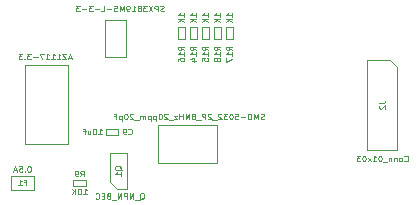
<source format=gbr>
%TF.GenerationSoftware,KiCad,Pcbnew,6.0.4-6f826c9f35~116~ubuntu21.10.1*%
%TF.CreationDate,2022-04-05T23:43:52+08:00*%
%TF.ProjectId,ST_Link_V2.1,53545f4c-696e-46b5-9f56-322e312e6b69,rev?*%
%TF.SameCoordinates,Original*%
%TF.FileFunction,AssemblyDrawing,Bot*%
%FSLAX46Y46*%
G04 Gerber Fmt 4.6, Leading zero omitted, Abs format (unit mm)*
G04 Created by KiCad (PCBNEW 6.0.4-6f826c9f35~116~ubuntu21.10.1) date 2022-04-05 23:43:52*
%MOMM*%
%LPD*%
G01*
G04 APERTURE LIST*
%ADD10C,0.100000*%
%ADD11C,0.125000*%
G04 APERTURE END LIST*
D10*
%TO.C,J2*%
X91531047Y-88824571D02*
X91554857Y-88848380D01*
X91626285Y-88872190D01*
X91673904Y-88872190D01*
X91745333Y-88848380D01*
X91792952Y-88800761D01*
X91816761Y-88753142D01*
X91840571Y-88657904D01*
X91840571Y-88586476D01*
X91816761Y-88491238D01*
X91792952Y-88443619D01*
X91745333Y-88396000D01*
X91673904Y-88372190D01*
X91626285Y-88372190D01*
X91554857Y-88396000D01*
X91531047Y-88419809D01*
X91245333Y-88872190D02*
X91292952Y-88848380D01*
X91316761Y-88824571D01*
X91340571Y-88776952D01*
X91340571Y-88634095D01*
X91316761Y-88586476D01*
X91292952Y-88562666D01*
X91245333Y-88538857D01*
X91173904Y-88538857D01*
X91126285Y-88562666D01*
X91102476Y-88586476D01*
X91078666Y-88634095D01*
X91078666Y-88776952D01*
X91102476Y-88824571D01*
X91126285Y-88848380D01*
X91173904Y-88872190D01*
X91245333Y-88872190D01*
X90864380Y-88538857D02*
X90864380Y-88872190D01*
X90864380Y-88586476D02*
X90840571Y-88562666D01*
X90792952Y-88538857D01*
X90721523Y-88538857D01*
X90673904Y-88562666D01*
X90650095Y-88610285D01*
X90650095Y-88872190D01*
X90412000Y-88538857D02*
X90412000Y-88872190D01*
X90412000Y-88586476D02*
X90388190Y-88562666D01*
X90340571Y-88538857D01*
X90269142Y-88538857D01*
X90221523Y-88562666D01*
X90197714Y-88610285D01*
X90197714Y-88872190D01*
X90078666Y-88919809D02*
X89697714Y-88919809D01*
X89483428Y-88372190D02*
X89435809Y-88372190D01*
X89388190Y-88396000D01*
X89364380Y-88419809D01*
X89340571Y-88467428D01*
X89316761Y-88562666D01*
X89316761Y-88681714D01*
X89340571Y-88776952D01*
X89364380Y-88824571D01*
X89388190Y-88848380D01*
X89435809Y-88872190D01*
X89483428Y-88872190D01*
X89531047Y-88848380D01*
X89554857Y-88824571D01*
X89578666Y-88776952D01*
X89602476Y-88681714D01*
X89602476Y-88562666D01*
X89578666Y-88467428D01*
X89554857Y-88419809D01*
X89531047Y-88396000D01*
X89483428Y-88372190D01*
X88840571Y-88872190D02*
X89126285Y-88872190D01*
X88983428Y-88872190D02*
X88983428Y-88372190D01*
X89031047Y-88443619D01*
X89078666Y-88491238D01*
X89126285Y-88515047D01*
X88673904Y-88872190D02*
X88412000Y-88538857D01*
X88673904Y-88538857D02*
X88412000Y-88872190D01*
X88126285Y-88372190D02*
X88078666Y-88372190D01*
X88031047Y-88396000D01*
X88007238Y-88419809D01*
X87983428Y-88467428D01*
X87959619Y-88562666D01*
X87959619Y-88681714D01*
X87983428Y-88776952D01*
X88007238Y-88824571D01*
X88031047Y-88848380D01*
X88078666Y-88872190D01*
X88126285Y-88872190D01*
X88173904Y-88848380D01*
X88197714Y-88824571D01*
X88221523Y-88776952D01*
X88245333Y-88681714D01*
X88245333Y-88562666D01*
X88221523Y-88467428D01*
X88197714Y-88419809D01*
X88173904Y-88396000D01*
X88126285Y-88372190D01*
X87792952Y-88372190D02*
X87483428Y-88372190D01*
X87650095Y-88562666D01*
X87578666Y-88562666D01*
X87531047Y-88586476D01*
X87507238Y-88610285D01*
X87483428Y-88657904D01*
X87483428Y-88776952D01*
X87507238Y-88824571D01*
X87531047Y-88848380D01*
X87578666Y-88872190D01*
X87721523Y-88872190D01*
X87769142Y-88848380D01*
X87792952Y-88824571D01*
D11*
X89388190Y-83907333D02*
X89745333Y-83907333D01*
X89816761Y-83883523D01*
X89864380Y-83835904D01*
X89888190Y-83764476D01*
X89888190Y-83716857D01*
X89435809Y-84121619D02*
X89412000Y-84145428D01*
X89388190Y-84193047D01*
X89388190Y-84312095D01*
X89412000Y-84359714D01*
X89435809Y-84383523D01*
X89483428Y-84407333D01*
X89531047Y-84407333D01*
X89602476Y-84383523D01*
X89888190Y-84097809D01*
X89888190Y-84407333D01*
D10*
%TO.C,C9*%
X65615285Y-86586190D02*
X65901000Y-86586190D01*
X65758142Y-86586190D02*
X65758142Y-86086190D01*
X65805761Y-86157619D01*
X65853380Y-86205238D01*
X65901000Y-86229047D01*
X65305761Y-86086190D02*
X65258142Y-86086190D01*
X65210523Y-86110000D01*
X65186714Y-86133809D01*
X65162904Y-86181428D01*
X65139095Y-86276666D01*
X65139095Y-86395714D01*
X65162904Y-86490952D01*
X65186714Y-86538571D01*
X65210523Y-86562380D01*
X65258142Y-86586190D01*
X65305761Y-86586190D01*
X65353380Y-86562380D01*
X65377190Y-86538571D01*
X65401000Y-86490952D01*
X65424809Y-86395714D01*
X65424809Y-86276666D01*
X65401000Y-86181428D01*
X65377190Y-86133809D01*
X65353380Y-86110000D01*
X65305761Y-86086190D01*
X64710523Y-86252857D02*
X64710523Y-86586190D01*
X64924809Y-86252857D02*
X64924809Y-86514761D01*
X64901000Y-86562380D01*
X64853380Y-86586190D01*
X64781952Y-86586190D01*
X64734333Y-86562380D01*
X64710523Y-86538571D01*
X64543857Y-86252857D02*
X64353380Y-86252857D01*
X64472428Y-86586190D02*
X64472428Y-86157619D01*
X64448619Y-86110000D01*
X64401000Y-86086190D01*
X64353380Y-86086190D01*
X68155333Y-86538571D02*
X68179142Y-86562380D01*
X68250571Y-86586190D01*
X68298190Y-86586190D01*
X68369619Y-86562380D01*
X68417238Y-86514761D01*
X68441047Y-86467142D01*
X68464857Y-86371904D01*
X68464857Y-86300476D01*
X68441047Y-86205238D01*
X68417238Y-86157619D01*
X68369619Y-86110000D01*
X68298190Y-86086190D01*
X68250571Y-86086190D01*
X68179142Y-86110000D01*
X68155333Y-86133809D01*
X67917238Y-86586190D02*
X67822000Y-86586190D01*
X67774380Y-86562380D01*
X67750571Y-86538571D01*
X67702952Y-86467142D01*
X67679142Y-86371904D01*
X67679142Y-86181428D01*
X67702952Y-86133809D01*
X67726761Y-86110000D01*
X67774380Y-86086190D01*
X67869619Y-86086190D01*
X67917238Y-86110000D01*
X67941047Y-86133809D01*
X67964857Y-86181428D01*
X67964857Y-86300476D01*
X67941047Y-86348095D01*
X67917238Y-86371904D01*
X67869619Y-86395714D01*
X67774380Y-86395714D01*
X67726761Y-86371904D01*
X67702952Y-86348095D01*
X67679142Y-86300476D01*
%TO.C,F1*%
X59777238Y-89261190D02*
X59729619Y-89261190D01*
X59682000Y-89285000D01*
X59658190Y-89308809D01*
X59634380Y-89356428D01*
X59610571Y-89451666D01*
X59610571Y-89570714D01*
X59634380Y-89665952D01*
X59658190Y-89713571D01*
X59682000Y-89737380D01*
X59729619Y-89761190D01*
X59777238Y-89761190D01*
X59824857Y-89737380D01*
X59848666Y-89713571D01*
X59872476Y-89665952D01*
X59896285Y-89570714D01*
X59896285Y-89451666D01*
X59872476Y-89356428D01*
X59848666Y-89308809D01*
X59824857Y-89285000D01*
X59777238Y-89261190D01*
X59396285Y-89713571D02*
X59372476Y-89737380D01*
X59396285Y-89761190D01*
X59420095Y-89737380D01*
X59396285Y-89713571D01*
X59396285Y-89761190D01*
X58920095Y-89261190D02*
X59158190Y-89261190D01*
X59182000Y-89499285D01*
X59158190Y-89475476D01*
X59110571Y-89451666D01*
X58991523Y-89451666D01*
X58943904Y-89475476D01*
X58920095Y-89499285D01*
X58896285Y-89546904D01*
X58896285Y-89665952D01*
X58920095Y-89713571D01*
X58943904Y-89737380D01*
X58991523Y-89761190D01*
X59110571Y-89761190D01*
X59158190Y-89737380D01*
X59182000Y-89713571D01*
X58705809Y-89618333D02*
X58467714Y-89618333D01*
X58753428Y-89761190D02*
X58586761Y-89261190D01*
X58420095Y-89761190D01*
X59348666Y-90642285D02*
X59515333Y-90642285D01*
X59515333Y-90904190D02*
X59515333Y-90404190D01*
X59277238Y-90404190D01*
X58824857Y-90904190D02*
X59110571Y-90904190D01*
X58967714Y-90904190D02*
X58967714Y-90404190D01*
X59015333Y-90475619D01*
X59062952Y-90523238D01*
X59110571Y-90547047D01*
%TO.C,Q1*%
X69127476Y-92094809D02*
X69175095Y-92071000D01*
X69222714Y-92023380D01*
X69294142Y-91951952D01*
X69341761Y-91928142D01*
X69389380Y-91928142D01*
X69365571Y-92047190D02*
X69413190Y-92023380D01*
X69460809Y-91975761D01*
X69484619Y-91880523D01*
X69484619Y-91713857D01*
X69460809Y-91618619D01*
X69413190Y-91571000D01*
X69365571Y-91547190D01*
X69270333Y-91547190D01*
X69222714Y-91571000D01*
X69175095Y-91618619D01*
X69151285Y-91713857D01*
X69151285Y-91880523D01*
X69175095Y-91975761D01*
X69222714Y-92023380D01*
X69270333Y-92047190D01*
X69365571Y-92047190D01*
X69056047Y-92094809D02*
X68675095Y-92094809D01*
X68556047Y-92047190D02*
X68556047Y-91547190D01*
X68270333Y-92047190D01*
X68270333Y-91547190D01*
X68032238Y-92047190D02*
X68032238Y-91547190D01*
X67841761Y-91547190D01*
X67794142Y-91571000D01*
X67770333Y-91594809D01*
X67746523Y-91642428D01*
X67746523Y-91713857D01*
X67770333Y-91761476D01*
X67794142Y-91785285D01*
X67841761Y-91809095D01*
X68032238Y-91809095D01*
X67532238Y-92047190D02*
X67532238Y-91547190D01*
X67246523Y-92047190D01*
X67246523Y-91547190D01*
X67127476Y-92094809D02*
X66746523Y-92094809D01*
X66460809Y-91785285D02*
X66389380Y-91809095D01*
X66365571Y-91832904D01*
X66341761Y-91880523D01*
X66341761Y-91951952D01*
X66365571Y-91999571D01*
X66389380Y-92023380D01*
X66437000Y-92047190D01*
X66627476Y-92047190D01*
X66627476Y-91547190D01*
X66460809Y-91547190D01*
X66413190Y-91571000D01*
X66389380Y-91594809D01*
X66365571Y-91642428D01*
X66365571Y-91690047D01*
X66389380Y-91737666D01*
X66413190Y-91761476D01*
X66460809Y-91785285D01*
X66627476Y-91785285D01*
X66127476Y-91785285D02*
X65960809Y-91785285D01*
X65889380Y-92047190D02*
X66127476Y-92047190D01*
X66127476Y-91547190D01*
X65889380Y-91547190D01*
X65389380Y-91999571D02*
X65413190Y-92023380D01*
X65484619Y-92047190D01*
X65532238Y-92047190D01*
X65603666Y-92023380D01*
X65651285Y-91975761D01*
X65675095Y-91928142D01*
X65698904Y-91832904D01*
X65698904Y-91761476D01*
X65675095Y-91666238D01*
X65651285Y-91618619D01*
X65603666Y-91571000D01*
X65532238Y-91547190D01*
X65484619Y-91547190D01*
X65413190Y-91571000D01*
X65389380Y-91594809D01*
X67583809Y-89614380D02*
X67560000Y-89566761D01*
X67512380Y-89519142D01*
X67440952Y-89447714D01*
X67417142Y-89400095D01*
X67417142Y-89352476D01*
X67536190Y-89376285D02*
X67512380Y-89328666D01*
X67464761Y-89281047D01*
X67369523Y-89257238D01*
X67202857Y-89257238D01*
X67107619Y-89281047D01*
X67060000Y-89328666D01*
X67036190Y-89376285D01*
X67036190Y-89471523D01*
X67060000Y-89519142D01*
X67107619Y-89566761D01*
X67202857Y-89590571D01*
X67369523Y-89590571D01*
X67464761Y-89566761D01*
X67512380Y-89519142D01*
X67536190Y-89471523D01*
X67536190Y-89376285D01*
X67536190Y-90066761D02*
X67536190Y-89781047D01*
X67536190Y-89923904D02*
X67036190Y-89923904D01*
X67107619Y-89876285D01*
X67155238Y-89828666D01*
X67179047Y-89781047D01*
%TO.C,R9*%
X64353238Y-91666190D02*
X64638952Y-91666190D01*
X64496095Y-91666190D02*
X64496095Y-91166190D01*
X64543714Y-91237619D01*
X64591333Y-91285238D01*
X64638952Y-91309047D01*
X64043714Y-91166190D02*
X63996095Y-91166190D01*
X63948476Y-91190000D01*
X63924666Y-91213809D01*
X63900857Y-91261428D01*
X63877047Y-91356666D01*
X63877047Y-91475714D01*
X63900857Y-91570952D01*
X63924666Y-91618571D01*
X63948476Y-91642380D01*
X63996095Y-91666190D01*
X64043714Y-91666190D01*
X64091333Y-91642380D01*
X64115142Y-91618571D01*
X64138952Y-91570952D01*
X64162761Y-91475714D01*
X64162761Y-91356666D01*
X64138952Y-91261428D01*
X64115142Y-91213809D01*
X64091333Y-91190000D01*
X64043714Y-91166190D01*
X63662761Y-91666190D02*
X63662761Y-91166190D01*
X63377047Y-91666190D02*
X63591333Y-91380476D01*
X63377047Y-91166190D02*
X63662761Y-91451904D01*
X64091333Y-90142190D02*
X64258000Y-89904095D01*
X64377047Y-90142190D02*
X64377047Y-89642190D01*
X64186571Y-89642190D01*
X64138952Y-89666000D01*
X64115142Y-89689809D01*
X64091333Y-89737428D01*
X64091333Y-89808857D01*
X64115142Y-89856476D01*
X64138952Y-89880285D01*
X64186571Y-89904095D01*
X64377047Y-89904095D01*
X63853238Y-90142190D02*
X63758000Y-90142190D01*
X63710380Y-90118380D01*
X63686571Y-90094571D01*
X63638952Y-90023142D01*
X63615142Y-89927904D01*
X63615142Y-89737428D01*
X63638952Y-89689809D01*
X63662761Y-89666000D01*
X63710380Y-89642190D01*
X63805619Y-89642190D01*
X63853238Y-89666000D01*
X63877047Y-89689809D01*
X63900857Y-89737428D01*
X63900857Y-89856476D01*
X63877047Y-89904095D01*
X63853238Y-89927904D01*
X63805619Y-89951714D01*
X63710380Y-89951714D01*
X63662761Y-89927904D01*
X63638952Y-89904095D01*
X63615142Y-89856476D01*
%TO.C,R14*%
X73886190Y-76600857D02*
X73886190Y-76315142D01*
X73886190Y-76458000D02*
X73386190Y-76458000D01*
X73457619Y-76410380D01*
X73505238Y-76362761D01*
X73529047Y-76315142D01*
X73886190Y-76815142D02*
X73386190Y-76815142D01*
X73886190Y-77100857D02*
X73600476Y-76886571D01*
X73386190Y-77100857D02*
X73671904Y-76815142D01*
X73886190Y-79434571D02*
X73648095Y-79267904D01*
X73886190Y-79148857D02*
X73386190Y-79148857D01*
X73386190Y-79339333D01*
X73410000Y-79386952D01*
X73433809Y-79410761D01*
X73481428Y-79434571D01*
X73552857Y-79434571D01*
X73600476Y-79410761D01*
X73624285Y-79386952D01*
X73648095Y-79339333D01*
X73648095Y-79148857D01*
X73886190Y-79910761D02*
X73886190Y-79625047D01*
X73886190Y-79767904D02*
X73386190Y-79767904D01*
X73457619Y-79720285D01*
X73505238Y-79672666D01*
X73529047Y-79625047D01*
X73552857Y-80339333D02*
X73886190Y-80339333D01*
X73362380Y-80220285D02*
X73719523Y-80101238D01*
X73719523Y-80410761D01*
%TO.C,R16*%
X72870190Y-76600857D02*
X72870190Y-76315142D01*
X72870190Y-76458000D02*
X72370190Y-76458000D01*
X72441619Y-76410380D01*
X72489238Y-76362761D01*
X72513047Y-76315142D01*
X72870190Y-76815142D02*
X72370190Y-76815142D01*
X72870190Y-77100857D02*
X72584476Y-76886571D01*
X72370190Y-77100857D02*
X72655904Y-76815142D01*
X72870190Y-79434571D02*
X72632095Y-79267904D01*
X72870190Y-79148857D02*
X72370190Y-79148857D01*
X72370190Y-79339333D01*
X72394000Y-79386952D01*
X72417809Y-79410761D01*
X72465428Y-79434571D01*
X72536857Y-79434571D01*
X72584476Y-79410761D01*
X72608285Y-79386952D01*
X72632095Y-79339333D01*
X72632095Y-79148857D01*
X72870190Y-79910761D02*
X72870190Y-79625047D01*
X72870190Y-79767904D02*
X72370190Y-79767904D01*
X72441619Y-79720285D01*
X72489238Y-79672666D01*
X72513047Y-79625047D01*
X72370190Y-80339333D02*
X72370190Y-80244095D01*
X72394000Y-80196476D01*
X72417809Y-80172666D01*
X72489238Y-80125047D01*
X72584476Y-80101238D01*
X72774952Y-80101238D01*
X72822571Y-80125047D01*
X72846380Y-80148857D01*
X72870190Y-80196476D01*
X72870190Y-80291714D01*
X72846380Y-80339333D01*
X72822571Y-80363142D01*
X72774952Y-80386952D01*
X72655904Y-80386952D01*
X72608285Y-80363142D01*
X72584476Y-80339333D01*
X72560666Y-80291714D01*
X72560666Y-80196476D01*
X72584476Y-80148857D01*
X72608285Y-80125047D01*
X72655904Y-80101238D01*
%TO.C,R17*%
X76934190Y-76600857D02*
X76934190Y-76315142D01*
X76934190Y-76458000D02*
X76434190Y-76458000D01*
X76505619Y-76410380D01*
X76553238Y-76362761D01*
X76577047Y-76315142D01*
X76934190Y-76815142D02*
X76434190Y-76815142D01*
X76934190Y-77100857D02*
X76648476Y-76886571D01*
X76434190Y-77100857D02*
X76719904Y-76815142D01*
X76934190Y-79434571D02*
X76696095Y-79267904D01*
X76934190Y-79148857D02*
X76434190Y-79148857D01*
X76434190Y-79339333D01*
X76458000Y-79386952D01*
X76481809Y-79410761D01*
X76529428Y-79434571D01*
X76600857Y-79434571D01*
X76648476Y-79410761D01*
X76672285Y-79386952D01*
X76696095Y-79339333D01*
X76696095Y-79148857D01*
X76934190Y-79910761D02*
X76934190Y-79625047D01*
X76934190Y-79767904D02*
X76434190Y-79767904D01*
X76505619Y-79720285D01*
X76553238Y-79672666D01*
X76577047Y-79625047D01*
X76434190Y-80077428D02*
X76434190Y-80410761D01*
X76934190Y-80196476D01*
%TO.C,R18*%
X75918190Y-76600857D02*
X75918190Y-76315142D01*
X75918190Y-76458000D02*
X75418190Y-76458000D01*
X75489619Y-76410380D01*
X75537238Y-76362761D01*
X75561047Y-76315142D01*
X75918190Y-76815142D02*
X75418190Y-76815142D01*
X75918190Y-77100857D02*
X75632476Y-76886571D01*
X75418190Y-77100857D02*
X75703904Y-76815142D01*
X75918190Y-79434571D02*
X75680095Y-79267904D01*
X75918190Y-79148857D02*
X75418190Y-79148857D01*
X75418190Y-79339333D01*
X75442000Y-79386952D01*
X75465809Y-79410761D01*
X75513428Y-79434571D01*
X75584857Y-79434571D01*
X75632476Y-79410761D01*
X75656285Y-79386952D01*
X75680095Y-79339333D01*
X75680095Y-79148857D01*
X75918190Y-79910761D02*
X75918190Y-79625047D01*
X75918190Y-79767904D02*
X75418190Y-79767904D01*
X75489619Y-79720285D01*
X75537238Y-79672666D01*
X75561047Y-79625047D01*
X75632476Y-80196476D02*
X75608666Y-80148857D01*
X75584857Y-80125047D01*
X75537238Y-80101238D01*
X75513428Y-80101238D01*
X75465809Y-80125047D01*
X75442000Y-80148857D01*
X75418190Y-80196476D01*
X75418190Y-80291714D01*
X75442000Y-80339333D01*
X75465809Y-80363142D01*
X75513428Y-80386952D01*
X75537238Y-80386952D01*
X75584857Y-80363142D01*
X75608666Y-80339333D01*
X75632476Y-80291714D01*
X75632476Y-80196476D01*
X75656285Y-80148857D01*
X75680095Y-80125047D01*
X75727714Y-80101238D01*
X75822952Y-80101238D01*
X75870571Y-80125047D01*
X75894380Y-80148857D01*
X75918190Y-80196476D01*
X75918190Y-80291714D01*
X75894380Y-80339333D01*
X75870571Y-80363142D01*
X75822952Y-80386952D01*
X75727714Y-80386952D01*
X75680095Y-80363142D01*
X75656285Y-80339333D01*
X75632476Y-80291714D01*
%TO.C,U2*%
X71151285Y-76148380D02*
X71079857Y-76172190D01*
X70960809Y-76172190D01*
X70913190Y-76148380D01*
X70889380Y-76124571D01*
X70865571Y-76076952D01*
X70865571Y-76029333D01*
X70889380Y-75981714D01*
X70913190Y-75957904D01*
X70960809Y-75934095D01*
X71056047Y-75910285D01*
X71103666Y-75886476D01*
X71127476Y-75862666D01*
X71151285Y-75815047D01*
X71151285Y-75767428D01*
X71127476Y-75719809D01*
X71103666Y-75696000D01*
X71056047Y-75672190D01*
X70937000Y-75672190D01*
X70865571Y-75696000D01*
X70651285Y-76172190D02*
X70651285Y-75672190D01*
X70460809Y-75672190D01*
X70413190Y-75696000D01*
X70389380Y-75719809D01*
X70365571Y-75767428D01*
X70365571Y-75838857D01*
X70389380Y-75886476D01*
X70413190Y-75910285D01*
X70460809Y-75934095D01*
X70651285Y-75934095D01*
X70198904Y-75672190D02*
X69865571Y-76172190D01*
X69865571Y-75672190D02*
X70198904Y-76172190D01*
X69722714Y-75672190D02*
X69413190Y-75672190D01*
X69579857Y-75862666D01*
X69508428Y-75862666D01*
X69460809Y-75886476D01*
X69437000Y-75910285D01*
X69413190Y-75957904D01*
X69413190Y-76076952D01*
X69437000Y-76124571D01*
X69460809Y-76148380D01*
X69508428Y-76172190D01*
X69651285Y-76172190D01*
X69698904Y-76148380D01*
X69722714Y-76124571D01*
X69127476Y-75886476D02*
X69175095Y-75862666D01*
X69198904Y-75838857D01*
X69222714Y-75791238D01*
X69222714Y-75767428D01*
X69198904Y-75719809D01*
X69175095Y-75696000D01*
X69127476Y-75672190D01*
X69032238Y-75672190D01*
X68984619Y-75696000D01*
X68960809Y-75719809D01*
X68937000Y-75767428D01*
X68937000Y-75791238D01*
X68960809Y-75838857D01*
X68984619Y-75862666D01*
X69032238Y-75886476D01*
X69127476Y-75886476D01*
X69175095Y-75910285D01*
X69198904Y-75934095D01*
X69222714Y-75981714D01*
X69222714Y-76076952D01*
X69198904Y-76124571D01*
X69175095Y-76148380D01*
X69127476Y-76172190D01*
X69032238Y-76172190D01*
X68984619Y-76148380D01*
X68960809Y-76124571D01*
X68937000Y-76076952D01*
X68937000Y-75981714D01*
X68960809Y-75934095D01*
X68984619Y-75910285D01*
X69032238Y-75886476D01*
X68460809Y-76172190D02*
X68746523Y-76172190D01*
X68603666Y-76172190D02*
X68603666Y-75672190D01*
X68651285Y-75743619D01*
X68698904Y-75791238D01*
X68746523Y-75815047D01*
X68222714Y-76172190D02*
X68127476Y-76172190D01*
X68079857Y-76148380D01*
X68056047Y-76124571D01*
X68008428Y-76053142D01*
X67984619Y-75957904D01*
X67984619Y-75767428D01*
X68008428Y-75719809D01*
X68032238Y-75696000D01*
X68079857Y-75672190D01*
X68175095Y-75672190D01*
X68222714Y-75696000D01*
X68246523Y-75719809D01*
X68270333Y-75767428D01*
X68270333Y-75886476D01*
X68246523Y-75934095D01*
X68222714Y-75957904D01*
X68175095Y-75981714D01*
X68079857Y-75981714D01*
X68032238Y-75957904D01*
X68008428Y-75934095D01*
X67984619Y-75886476D01*
X67770333Y-76172190D02*
X67770333Y-75672190D01*
X67603666Y-76029333D01*
X67437000Y-75672190D01*
X67437000Y-76172190D01*
X66960809Y-75672190D02*
X67198904Y-75672190D01*
X67222714Y-75910285D01*
X67198904Y-75886476D01*
X67151285Y-75862666D01*
X67032238Y-75862666D01*
X66984619Y-75886476D01*
X66960809Y-75910285D01*
X66937000Y-75957904D01*
X66937000Y-76076952D01*
X66960809Y-76124571D01*
X66984619Y-76148380D01*
X67032238Y-76172190D01*
X67151285Y-76172190D01*
X67198904Y-76148380D01*
X67222714Y-76124571D01*
X66722714Y-75981714D02*
X66341761Y-75981714D01*
X65865571Y-76172190D02*
X66103666Y-76172190D01*
X66103666Y-75672190D01*
X65698904Y-75981714D02*
X65317952Y-75981714D01*
X65127476Y-75672190D02*
X64817952Y-75672190D01*
X64984619Y-75862666D01*
X64913190Y-75862666D01*
X64865571Y-75886476D01*
X64841761Y-75910285D01*
X64817952Y-75957904D01*
X64817952Y-76076952D01*
X64841761Y-76124571D01*
X64865571Y-76148380D01*
X64913190Y-76172190D01*
X65056047Y-76172190D01*
X65103666Y-76148380D01*
X65127476Y-76124571D01*
X64603666Y-75981714D02*
X64222714Y-75981714D01*
X64032238Y-75672190D02*
X63722714Y-75672190D01*
X63889380Y-75862666D01*
X63817952Y-75862666D01*
X63770333Y-75886476D01*
X63746523Y-75910285D01*
X63722714Y-75957904D01*
X63722714Y-76076952D01*
X63746523Y-76124571D01*
X63770333Y-76148380D01*
X63817952Y-76172190D01*
X63960809Y-76172190D01*
X64008428Y-76148380D01*
X64032238Y-76124571D01*
%TO.C,U3*%
X63301285Y-80093333D02*
X63063190Y-80093333D01*
X63348904Y-80236190D02*
X63182238Y-79736190D01*
X63015571Y-80236190D01*
X62896523Y-79736190D02*
X62563190Y-79736190D01*
X62896523Y-80236190D01*
X62563190Y-80236190D01*
X62110809Y-80236190D02*
X62396523Y-80236190D01*
X62253666Y-80236190D02*
X62253666Y-79736190D01*
X62301285Y-79807619D01*
X62348904Y-79855238D01*
X62396523Y-79879047D01*
X61634619Y-80236190D02*
X61920333Y-80236190D01*
X61777476Y-80236190D02*
X61777476Y-79736190D01*
X61825095Y-79807619D01*
X61872714Y-79855238D01*
X61920333Y-79879047D01*
X61158428Y-80236190D02*
X61444142Y-80236190D01*
X61301285Y-80236190D02*
X61301285Y-79736190D01*
X61348904Y-79807619D01*
X61396523Y-79855238D01*
X61444142Y-79879047D01*
X60991761Y-79736190D02*
X60658428Y-79736190D01*
X60872714Y-80236190D01*
X60467952Y-80045714D02*
X60087000Y-80045714D01*
X59896523Y-79736190D02*
X59587000Y-79736190D01*
X59753666Y-79926666D01*
X59682238Y-79926666D01*
X59634619Y-79950476D01*
X59610809Y-79974285D01*
X59587000Y-80021904D01*
X59587000Y-80140952D01*
X59610809Y-80188571D01*
X59634619Y-80212380D01*
X59682238Y-80236190D01*
X59825095Y-80236190D01*
X59872714Y-80212380D01*
X59896523Y-80188571D01*
X59372714Y-80188571D02*
X59348904Y-80212380D01*
X59372714Y-80236190D01*
X59396523Y-80212380D01*
X59372714Y-80188571D01*
X59372714Y-80236190D01*
X59182238Y-79736190D02*
X58872714Y-79736190D01*
X59039380Y-79926666D01*
X58967952Y-79926666D01*
X58920333Y-79950476D01*
X58896523Y-79974285D01*
X58872714Y-80021904D01*
X58872714Y-80140952D01*
X58896523Y-80188571D01*
X58920333Y-80212380D01*
X58967952Y-80236190D01*
X59110809Y-80236190D01*
X59158428Y-80212380D01*
X59182238Y-80188571D01*
%TO.C,Y1*%
X79636142Y-85292380D02*
X79564714Y-85316190D01*
X79445666Y-85316190D01*
X79398047Y-85292380D01*
X79374238Y-85268571D01*
X79350428Y-85220952D01*
X79350428Y-85173333D01*
X79374238Y-85125714D01*
X79398047Y-85101904D01*
X79445666Y-85078095D01*
X79540904Y-85054285D01*
X79588523Y-85030476D01*
X79612333Y-85006666D01*
X79636142Y-84959047D01*
X79636142Y-84911428D01*
X79612333Y-84863809D01*
X79588523Y-84840000D01*
X79540904Y-84816190D01*
X79421857Y-84816190D01*
X79350428Y-84840000D01*
X79136142Y-85316190D02*
X79136142Y-84816190D01*
X78969476Y-85173333D01*
X78802809Y-84816190D01*
X78802809Y-85316190D01*
X78564714Y-85316190D02*
X78564714Y-84816190D01*
X78445666Y-84816190D01*
X78374238Y-84840000D01*
X78326619Y-84887619D01*
X78302809Y-84935238D01*
X78279000Y-85030476D01*
X78279000Y-85101904D01*
X78302809Y-85197142D01*
X78326619Y-85244761D01*
X78374238Y-85292380D01*
X78445666Y-85316190D01*
X78564714Y-85316190D01*
X78064714Y-85125714D02*
X77683761Y-85125714D01*
X77207571Y-84816190D02*
X77445666Y-84816190D01*
X77469476Y-85054285D01*
X77445666Y-85030476D01*
X77398047Y-85006666D01*
X77279000Y-85006666D01*
X77231380Y-85030476D01*
X77207571Y-85054285D01*
X77183761Y-85101904D01*
X77183761Y-85220952D01*
X77207571Y-85268571D01*
X77231380Y-85292380D01*
X77279000Y-85316190D01*
X77398047Y-85316190D01*
X77445666Y-85292380D01*
X77469476Y-85268571D01*
X76874238Y-84816190D02*
X76826619Y-84816190D01*
X76779000Y-84840000D01*
X76755190Y-84863809D01*
X76731380Y-84911428D01*
X76707571Y-85006666D01*
X76707571Y-85125714D01*
X76731380Y-85220952D01*
X76755190Y-85268571D01*
X76779000Y-85292380D01*
X76826619Y-85316190D01*
X76874238Y-85316190D01*
X76921857Y-85292380D01*
X76945666Y-85268571D01*
X76969476Y-85220952D01*
X76993285Y-85125714D01*
X76993285Y-85006666D01*
X76969476Y-84911428D01*
X76945666Y-84863809D01*
X76921857Y-84840000D01*
X76874238Y-84816190D01*
X76540904Y-84816190D02*
X76231380Y-84816190D01*
X76398047Y-85006666D01*
X76326619Y-85006666D01*
X76279000Y-85030476D01*
X76255190Y-85054285D01*
X76231380Y-85101904D01*
X76231380Y-85220952D01*
X76255190Y-85268571D01*
X76279000Y-85292380D01*
X76326619Y-85316190D01*
X76469476Y-85316190D01*
X76517095Y-85292380D01*
X76540904Y-85268571D01*
X76040904Y-84863809D02*
X76017095Y-84840000D01*
X75969476Y-84816190D01*
X75850428Y-84816190D01*
X75802809Y-84840000D01*
X75779000Y-84863809D01*
X75755190Y-84911428D01*
X75755190Y-84959047D01*
X75779000Y-85030476D01*
X76064714Y-85316190D01*
X75755190Y-85316190D01*
X75659952Y-85363809D02*
X75279000Y-85363809D01*
X75183761Y-84863809D02*
X75159952Y-84840000D01*
X75112333Y-84816190D01*
X74993285Y-84816190D01*
X74945666Y-84840000D01*
X74921857Y-84863809D01*
X74898047Y-84911428D01*
X74898047Y-84959047D01*
X74921857Y-85030476D01*
X75207571Y-85316190D01*
X74898047Y-85316190D01*
X74683761Y-85316190D02*
X74683761Y-84816190D01*
X74493285Y-84816190D01*
X74445666Y-84840000D01*
X74421857Y-84863809D01*
X74398047Y-84911428D01*
X74398047Y-84982857D01*
X74421857Y-85030476D01*
X74445666Y-85054285D01*
X74493285Y-85078095D01*
X74683761Y-85078095D01*
X74302809Y-85363809D02*
X73921857Y-85363809D01*
X73731380Y-85030476D02*
X73779000Y-85006666D01*
X73802809Y-84982857D01*
X73826619Y-84935238D01*
X73826619Y-84911428D01*
X73802809Y-84863809D01*
X73779000Y-84840000D01*
X73731380Y-84816190D01*
X73636142Y-84816190D01*
X73588523Y-84840000D01*
X73564714Y-84863809D01*
X73540904Y-84911428D01*
X73540904Y-84935238D01*
X73564714Y-84982857D01*
X73588523Y-85006666D01*
X73636142Y-85030476D01*
X73731380Y-85030476D01*
X73779000Y-85054285D01*
X73802809Y-85078095D01*
X73826619Y-85125714D01*
X73826619Y-85220952D01*
X73802809Y-85268571D01*
X73779000Y-85292380D01*
X73731380Y-85316190D01*
X73636142Y-85316190D01*
X73588523Y-85292380D01*
X73564714Y-85268571D01*
X73540904Y-85220952D01*
X73540904Y-85125714D01*
X73564714Y-85078095D01*
X73588523Y-85054285D01*
X73636142Y-85030476D01*
X73326619Y-85316190D02*
X73326619Y-84816190D01*
X73159952Y-85173333D01*
X72993285Y-84816190D01*
X72993285Y-85316190D01*
X72755190Y-85316190D02*
X72755190Y-84816190D01*
X72755190Y-85054285D02*
X72469476Y-85054285D01*
X72469476Y-85316190D02*
X72469476Y-84816190D01*
X72279000Y-84982857D02*
X72017095Y-84982857D01*
X72279000Y-85316190D01*
X72017095Y-85316190D01*
X71945666Y-85363809D02*
X71564714Y-85363809D01*
X71469476Y-84863809D02*
X71445666Y-84840000D01*
X71398047Y-84816190D01*
X71279000Y-84816190D01*
X71231380Y-84840000D01*
X71207571Y-84863809D01*
X71183761Y-84911428D01*
X71183761Y-84959047D01*
X71207571Y-85030476D01*
X71493285Y-85316190D01*
X71183761Y-85316190D01*
X70874238Y-84816190D02*
X70826619Y-84816190D01*
X70779000Y-84840000D01*
X70755190Y-84863809D01*
X70731380Y-84911428D01*
X70707571Y-85006666D01*
X70707571Y-85125714D01*
X70731380Y-85220952D01*
X70755190Y-85268571D01*
X70779000Y-85292380D01*
X70826619Y-85316190D01*
X70874238Y-85316190D01*
X70921857Y-85292380D01*
X70945666Y-85268571D01*
X70969476Y-85220952D01*
X70993285Y-85125714D01*
X70993285Y-85006666D01*
X70969476Y-84911428D01*
X70945666Y-84863809D01*
X70921857Y-84840000D01*
X70874238Y-84816190D01*
X70493285Y-84982857D02*
X70493285Y-85482857D01*
X70493285Y-85006666D02*
X70445666Y-84982857D01*
X70350428Y-84982857D01*
X70302809Y-85006666D01*
X70279000Y-85030476D01*
X70255190Y-85078095D01*
X70255190Y-85220952D01*
X70279000Y-85268571D01*
X70302809Y-85292380D01*
X70350428Y-85316190D01*
X70445666Y-85316190D01*
X70493285Y-85292380D01*
X70040904Y-84982857D02*
X70040904Y-85482857D01*
X70040904Y-85006666D02*
X69993285Y-84982857D01*
X69898047Y-84982857D01*
X69850428Y-85006666D01*
X69826619Y-85030476D01*
X69802809Y-85078095D01*
X69802809Y-85220952D01*
X69826619Y-85268571D01*
X69850428Y-85292380D01*
X69898047Y-85316190D01*
X69993285Y-85316190D01*
X70040904Y-85292380D01*
X69588523Y-85316190D02*
X69588523Y-84982857D01*
X69588523Y-85030476D02*
X69564714Y-85006666D01*
X69517095Y-84982857D01*
X69445666Y-84982857D01*
X69398047Y-85006666D01*
X69374238Y-85054285D01*
X69374238Y-85316190D01*
X69374238Y-85054285D02*
X69350428Y-85006666D01*
X69302809Y-84982857D01*
X69231380Y-84982857D01*
X69183761Y-85006666D01*
X69159952Y-85054285D01*
X69159952Y-85316190D01*
X69040904Y-85363809D02*
X68659952Y-85363809D01*
X68564714Y-84863809D02*
X68540904Y-84840000D01*
X68493285Y-84816190D01*
X68374238Y-84816190D01*
X68326619Y-84840000D01*
X68302809Y-84863809D01*
X68279000Y-84911428D01*
X68279000Y-84959047D01*
X68302809Y-85030476D01*
X68588523Y-85316190D01*
X68279000Y-85316190D01*
X67969476Y-84816190D02*
X67921857Y-84816190D01*
X67874238Y-84840000D01*
X67850428Y-84863809D01*
X67826619Y-84911428D01*
X67802809Y-85006666D01*
X67802809Y-85125714D01*
X67826619Y-85220952D01*
X67850428Y-85268571D01*
X67874238Y-85292380D01*
X67921857Y-85316190D01*
X67969476Y-85316190D01*
X68017095Y-85292380D01*
X68040904Y-85268571D01*
X68064714Y-85220952D01*
X68088523Y-85125714D01*
X68088523Y-85006666D01*
X68064714Y-84911428D01*
X68040904Y-84863809D01*
X68017095Y-84840000D01*
X67969476Y-84816190D01*
X67588523Y-84982857D02*
X67588523Y-85482857D01*
X67588523Y-85006666D02*
X67540904Y-84982857D01*
X67445666Y-84982857D01*
X67398047Y-85006666D01*
X67374238Y-85030476D01*
X67350428Y-85078095D01*
X67350428Y-85220952D01*
X67374238Y-85268571D01*
X67398047Y-85292380D01*
X67445666Y-85316190D01*
X67540904Y-85316190D01*
X67588523Y-85292380D01*
X66969476Y-85054285D02*
X67136142Y-85054285D01*
X67136142Y-85316190D02*
X67136142Y-84816190D01*
X66898047Y-84816190D01*
%TO.C,R15*%
X74902190Y-76600857D02*
X74902190Y-76315142D01*
X74902190Y-76458000D02*
X74402190Y-76458000D01*
X74473619Y-76410380D01*
X74521238Y-76362761D01*
X74545047Y-76315142D01*
X74902190Y-76815142D02*
X74402190Y-76815142D01*
X74902190Y-77100857D02*
X74616476Y-76886571D01*
X74402190Y-77100857D02*
X74687904Y-76815142D01*
X74902190Y-79434571D02*
X74664095Y-79267904D01*
X74902190Y-79148857D02*
X74402190Y-79148857D01*
X74402190Y-79339333D01*
X74426000Y-79386952D01*
X74449809Y-79410761D01*
X74497428Y-79434571D01*
X74568857Y-79434571D01*
X74616476Y-79410761D01*
X74640285Y-79386952D01*
X74664095Y-79339333D01*
X74664095Y-79148857D01*
X74902190Y-79910761D02*
X74902190Y-79625047D01*
X74902190Y-79767904D02*
X74402190Y-79767904D01*
X74473619Y-79720285D01*
X74521238Y-79672666D01*
X74545047Y-79625047D01*
X74402190Y-80363142D02*
X74402190Y-80125047D01*
X74640285Y-80101238D01*
X74616476Y-80125047D01*
X74592666Y-80172666D01*
X74592666Y-80291714D01*
X74616476Y-80339333D01*
X74640285Y-80363142D01*
X74687904Y-80386952D01*
X74806952Y-80386952D01*
X74854571Y-80363142D01*
X74878380Y-80339333D01*
X74902190Y-80291714D01*
X74902190Y-80172666D01*
X74878380Y-80125047D01*
X74854571Y-80101238D01*
%TO.C,J2*%
X90932000Y-80899000D02*
X90297000Y-80264000D01*
X88392000Y-87884000D02*
X90932000Y-87884000D01*
X90932000Y-87884000D02*
X90932000Y-80899000D01*
X90297000Y-80264000D02*
X88392000Y-80264000D01*
X88392000Y-80264000D02*
X88392000Y-87884000D01*
%TO.C,C9*%
X67302000Y-86110000D02*
X66302000Y-86110000D01*
X66302000Y-86610000D02*
X67302000Y-86610000D01*
X66302000Y-86110000D02*
X66302000Y-86610000D01*
X67302000Y-86610000D02*
X67302000Y-86110000D01*
%TO.C,F1*%
X58182000Y-91278000D02*
X60182000Y-91278000D01*
X58182000Y-90078000D02*
X58182000Y-91278000D01*
X60182000Y-91278000D02*
X60182000Y-90078000D01*
X60182000Y-90078000D02*
X58182000Y-90078000D01*
%TO.C,Q1*%
X68010000Y-91182000D02*
X68010000Y-88142000D01*
X67160000Y-91182000D02*
X68010000Y-91182000D01*
X66610000Y-90612000D02*
X67160000Y-91182000D01*
X66610000Y-88142000D02*
X68010000Y-88142000D01*
X66610000Y-90612000D02*
X66610000Y-88162000D01*
%TO.C,R9*%
X64533000Y-90408000D02*
X63483000Y-90408000D01*
X63483000Y-90408000D02*
X63483000Y-90948000D01*
X64533000Y-90948000D02*
X64533000Y-90408000D01*
X63483000Y-90948000D02*
X64533000Y-90948000D01*
%TO.C,R14*%
X73930000Y-78503000D02*
X73930000Y-77453000D01*
X73390000Y-78503000D02*
X73930000Y-78503000D01*
X73390000Y-77453000D02*
X73390000Y-78503000D01*
X73930000Y-77453000D02*
X73390000Y-77453000D01*
%TO.C,R16*%
X72374000Y-78503000D02*
X72914000Y-78503000D01*
X72374000Y-77453000D02*
X72374000Y-78503000D01*
X72914000Y-78503000D02*
X72914000Y-77453000D01*
X72914000Y-77453000D02*
X72374000Y-77453000D01*
%TO.C,R17*%
X76978000Y-77453000D02*
X76438000Y-77453000D01*
X76438000Y-77453000D02*
X76438000Y-78503000D01*
X76978000Y-78503000D02*
X76978000Y-77453000D01*
X76438000Y-78503000D02*
X76978000Y-78503000D01*
%TO.C,R18*%
X75422000Y-78503000D02*
X75962000Y-78503000D01*
X75422000Y-77453000D02*
X75422000Y-78503000D01*
X75962000Y-77453000D02*
X75422000Y-77453000D01*
X75962000Y-78503000D02*
X75962000Y-77453000D01*
%TO.C,U2*%
X66156000Y-80036000D02*
X67956000Y-80036000D01*
X66156000Y-76936000D02*
X66156000Y-80036000D01*
X66156000Y-76936000D02*
X67956000Y-76936000D01*
X67956000Y-76936000D02*
X67956000Y-80036000D01*
%TO.C,U3*%
X59364000Y-80724000D02*
X59364000Y-87424000D01*
X59364000Y-80724000D02*
X63064000Y-80724000D01*
X59364000Y-87424000D02*
X63064000Y-87424000D01*
X63064000Y-80724000D02*
X63064000Y-87424000D01*
%TO.C,Y1*%
X70652000Y-88976000D02*
X75652000Y-88976000D01*
X70652000Y-85776000D02*
X70652000Y-88976000D01*
X70652000Y-85776000D02*
X75652000Y-85776000D01*
X75652000Y-85776000D02*
X75652000Y-88976000D01*
%TO.C,R15*%
X74406000Y-78503000D02*
X74946000Y-78503000D01*
X74406000Y-77453000D02*
X74406000Y-78503000D01*
X74946000Y-78503000D02*
X74946000Y-77453000D01*
X74946000Y-77453000D02*
X74406000Y-77453000D01*
%TD*%
M02*

</source>
